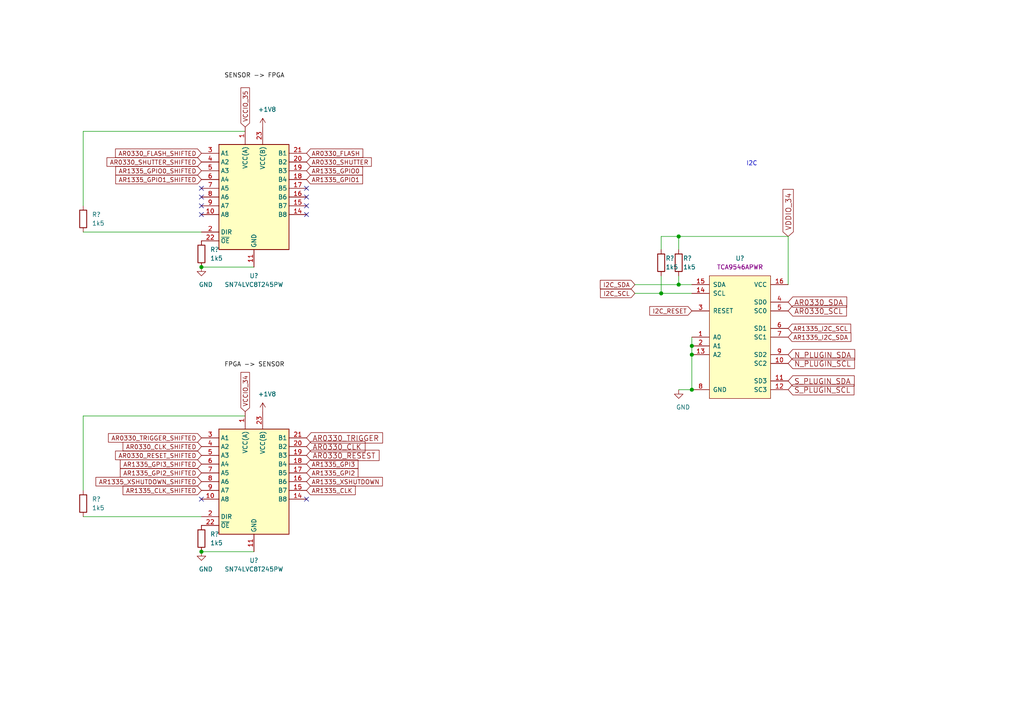
<source format=kicad_sch>
(kicad_sch (version 20201015) (generator eeschema)
  (paper "A4")
  (lib_symbols
    (symbol "AVR-KiCAD-Lib-ICs:TCA9546APWR" (pin_names (offset 1.016))
      (property "Reference" "U" (at 0 1.27 0))
      (property "_Value_" "TCA9546APWR" (at 6.35 -36.83 0))
      (symbol "TCA9546APWR_0_1"
        (rectangle (start 0 0) (end 17.78 -35.56) (fill (type background)))
      )
      (symbol "TCA9546APWR_1_1"
        (pin input line (at -5.08 -17.78 0) (length 5.08) (name "A0") (number "1"))
        (pin output line (at 22.86 -25.4 180) (length 5.08) (name "SC2") (number "10"))
        (pin bidirectional line (at 22.86 -30.48 180) (length 5.08) (name "SD3") (number "11"))
        (pin output line (at 22.86 -33.02 180) (length 5.08) (name "SC3") (number "12"))
        (pin input line (at -5.08 -22.86 0) (length 5.08) (name "A2") (number "13"))
        (pin input line (at -5.08 -5.08 0) (length 5.08) (name "SCL") (number "14"))
        (pin bidirectional line (at -5.08 -2.54 0) (length 5.08) (name "SDA") (number "15"))
        (pin power_in line (at 22.86 -2.54 180) (length 5.08) (name "VCC") (number "16"))
        (pin input line (at -5.08 -20.32 0) (length 5.08) (name "A1") (number "2"))
        (pin input line (at -5.08 -10.16 0) (length 5.08) (name "RESET") (number "3"))
        (pin bidirectional line (at 22.86 -7.62 180) (length 5.08) (name "SD0") (number "4"))
        (pin output line (at 22.86 -10.16 180) (length 5.08) (name "SC0") (number "5"))
        (pin bidirectional line (at 22.86 -15.24 180) (length 5.08) (name "SD1") (number "6"))
        (pin output line (at 22.86 -17.78 180) (length 5.08) (name "SC1") (number "7"))
        (pin passive line (at -5.08 -33.02 0) (length 5.08) (name "GND") (number "8"))
        (pin bidirectional line (at 22.86 -22.86 180) (length 5.08) (name "SD2") (number "9"))
      )
    )
    (symbol "Device:R" (pin_numbers hide) (pin_names (offset 0))
      (property "Reference" "R" (at 2.032 0 90))
      (property "Value" "R" (at 0 0 90))
      (symbol "R_0_1"
        (rectangle (start -1.016 -2.54) (end 1.016 2.54) (stroke (width 0.254)))
      )
      (symbol "R_1_1"
        (pin passive line (at 0 3.81 270) (length 1.27) (name "~") (number "1"))
        (pin passive line (at 0 -3.81 90) (length 1.27) (name "~") (number "2"))
      )
    )
    (symbol "Gekkio_Logic_LevelTranslator:SN74LVC8T245PW"
      (property "Reference" "U" (at -10.16 16.51 0))
      (property "Value" "SN74LVC8T245PW" (at 3.81 16.51 0))
      (symbol "SN74LVC8T245PW_0_1"
        (rectangle (start -10.16 15.24) (end 10.16 -15.24) (stroke (width 0.254)) (fill (type background)))
      )
      (symbol "SN74LVC8T245PW_1_1"
        (pin power_in line (at -2.54 20.32 270) (length 5.08) (name "VCC(A)") (number "1"))
        (pin bidirectional line (at -15.24 -5.08 0) (length 5.08) (name "A8") (number "10"))
        (pin power_in line (at 0 -20.32 90) (length 5.08) (name "GND") (number "11"))
        (pin passive line (at 0 -20.32 90) (length 5.08) hide (name "GND") (number "12"))
        (pin passive line (at 0 -20.32 90) (length 5.08) hide (name "GND") (number "13"))
        (pin bidirectional line (at 15.24 -5.08 180) (length 5.08) (name "B8") (number "14"))
        (pin bidirectional line (at 15.24 -2.54 180) (length 5.08) (name "B7") (number "15"))
        (pin bidirectional line (at 15.24 0 180) (length 5.08) (name "B6") (number "16"))
        (pin bidirectional line (at 15.24 2.54 180) (length 5.08) (name "B5") (number "17"))
        (pin bidirectional line (at 15.24 5.08 180) (length 5.08) (name "B4") (number "18"))
        (pin bidirectional line (at 15.24 7.62 180) (length 5.08) (name "B3") (number "19"))
        (pin input line (at -15.24 -10.16 0) (length 5.08) (name "DIR") (number "2"))
        (pin bidirectional line (at 15.24 10.16 180) (length 5.08) (name "B2") (number "20"))
        (pin bidirectional line (at 15.24 12.7 180) (length 5.08) (name "B1") (number "21"))
        (pin input line (at -15.24 -12.7 0) (length 5.08) (name "~OE") (number "22"))
        (pin power_in line (at 2.54 20.32 270) (length 5.08) (name "VCC(B)") (number "23"))
        (pin passive line (at 2.54 20.32 270) (length 5.08) hide (name "VCC(B)") (number "24"))
        (pin bidirectional line (at -15.24 12.7 0) (length 5.08) (name "A1") (number "3"))
        (pin bidirectional line (at -15.24 10.16 0) (length 5.08) (name "A2") (number "4"))
        (pin bidirectional line (at -15.24 7.62 0) (length 5.08) (name "A3") (number "5"))
        (pin bidirectional line (at -15.24 5.08 0) (length 5.08) (name "A4") (number "6"))
        (pin bidirectional line (at -15.24 2.54 0) (length 5.08) (name "A5") (number "7"))
        (pin bidirectional line (at -15.24 0 0) (length 5.08) (name "A6") (number "8"))
        (pin bidirectional line (at -15.24 -2.54 0) (length 5.08) (name "A7") (number "9"))
      )
    )
    (symbol "power:+1V8" (power) (pin_names (offset 0))
      (property "Value" "+1V8" (at 0 3.556 0))
      (symbol "+1V8_0_1"
        (polyline (pts (xy -0.762 1.27) (xy 0 2.54)))
        (polyline (pts (xy 0 0) (xy 0 2.54)))
        (polyline (pts (xy 0 2.54) (xy 0.762 1.27)))
      )
      (symbol "+1V8_1_1"
        (pin power_in line (at 0 0 90) (length 0) hide (name "+1V8") (number "1"))
      )
    )
    (symbol "power:GND" (power) (pin_names (offset 0))
      (property "Value" "GND" (at 0 -3.81 0))
      (symbol "GND_0_1"
        (polyline (pts (xy 0 0) (xy 0 -1.27) (xy 1.27 -1.27) (xy 0 -2.54) (xy -1.27 -1.27) (xy 0 -1.27)))
      )
      (symbol "GND_1_1"
        (pin power_in line (at 0 0 270) (length 0) hide (name "GND") (number "1"))
      )
    )
  )
  (junction (at 58.42 77.47) (diameter 1.016))
  (junction (at 58.42 160.02) (diameter 1.016))
  (junction (at 191.77 85.09) (diameter 1.016))
  (junction (at 196.85 68.58) (diameter 1.016))
  (junction (at 196.85 82.55) (diameter 1.016))
  (junction (at 200.66 100.33) (diameter 1.016))
  (junction (at 200.66 102.87) (diameter 1.016))
  (junction (at 200.66 113.03) (diameter 1.016))
  (no_connect (at 58.42 54.61))
  (no_connect (at 58.42 57.15))
  (no_connect (at 58.42 59.69))
  (no_connect (at 58.42 62.23))
  (no_connect (at 58.42 144.78))
  (no_connect (at 88.9 54.61))
  (no_connect (at 88.9 57.15))
  (no_connect (at 88.9 59.69))
  (no_connect (at 88.9 62.23))
  (no_connect (at 88.9 144.78))
  (wire (pts (xy 24.13 38.1) (xy 71.12 38.1)))
  (wire (pts (xy 24.13 59.69) (xy 24.13 38.1)))
  (wire (pts (xy 24.13 67.31) (xy 58.42 67.31)))
  (wire (pts (xy 24.13 120.65) (xy 24.13 142.24)))
  (wire (pts (xy 24.13 149.86) (xy 58.42 149.86)))
  (wire (pts (xy 58.42 77.47) (xy 73.66 77.47)))
  (wire (pts (xy 58.42 160.02) (xy 73.66 160.02)))
  (wire (pts (xy 71.12 120.65) (xy 24.13 120.65)))
  (wire (pts (xy 184.15 82.55) (xy 196.85 82.55)))
  (wire (pts (xy 184.15 85.09) (xy 191.77 85.09)))
  (wire (pts (xy 191.77 68.58) (xy 196.85 68.58)))
  (wire (pts (xy 191.77 72.39) (xy 191.77 68.58)))
  (wire (pts (xy 191.77 80.01) (xy 191.77 85.09)))
  (wire (pts (xy 191.77 85.09) (xy 200.66 85.09)))
  (wire (pts (xy 196.85 68.58) (xy 196.85 72.39)))
  (wire (pts (xy 196.85 68.58) (xy 228.6 68.58)))
  (wire (pts (xy 196.85 80.01) (xy 196.85 82.55)))
  (wire (pts (xy 196.85 82.55) (xy 200.66 82.55)))
  (wire (pts (xy 196.85 113.03) (xy 200.66 113.03)))
  (wire (pts (xy 200.66 97.79) (xy 200.66 100.33)))
  (wire (pts (xy 200.66 100.33) (xy 200.66 102.87)))
  (wire (pts (xy 200.66 102.87) (xy 200.66 113.03)))
  (wire (pts (xy 228.6 68.58) (xy 228.6 82.55)))
  (text "I2C" (at 219.71 48.26 180) (effects (font (size 1.27 1.27)) (justify right bottom)))
  (label "SENSOR -> FPGA" (at 82.55 22.86 180))
  (label "FPGA -> SENSOR" (at 82.55 106.68 180))
  (global_label "AR0330_FLASH_SHIFTED" (shape input) (at 58.42 44.45 180) (property "Intersheet References" "${INTERSHEET_REFS}" (effects hide)))
  (global_label "AR0330_SHUTTER_SHIFTED" (shape input) (at 58.42 46.99 180) (property "Intersheet References" "${INTERSHEET_REFS}" (effects hide)))
  (global_label "AR1335_GPIO0_SHIFTED" (shape input) (at 58.42 49.53 180) (property "Intersheet References" "${INTERSHEET_REFS}" (effects hide)))
  (global_label "AR1335_GPIO1_SHIFTED" (shape input) (at 58.42 52.07 180) (property "Intersheet References" "${INTERSHEET_REFS}" (effects hide)))
  (global_label "AR0330_TRIGGER_SHIFTED" (shape input) (at 58.42 127 180) (property "Intersheet References" "${INTERSHEET_REFS}" (effects hide)))
  (global_label "AR0330_CLK_SHIFTED" (shape input) (at 58.42 129.54 180) (property "Intersheet References" "${INTERSHEET_REFS}" (effects hide)))
  (global_label "AR0330_RESET_SHIFTED" (shape input) (at 58.42 132.08 180) (property "Intersheet References" "${INTERSHEET_REFS}" (effects hide)))
  (global_label "AR1335_GPI3_SHIFTED" (shape input) (at 58.42 134.62 180) (property "Intersheet References" "${INTERSHEET_REFS}" (effects hide)))
  (global_label "AR1335_GPI2_SHIFTED" (shape input) (at 58.42 137.16 180) (property "Intersheet References" "${INTERSHEET_REFS}" (effects hide)))
  (global_label "AR1335_XSHUTDOWN_SHIFTED" (shape input) (at 58.42 139.7 180) (property "Intersheet References" "${INTERSHEET_REFS}" (effects hide)))
  (global_label "AR1335_CLK_SHIFTED" (shape input) (at 58.42 142.24 180) (property "Intersheet References" "${INTERSHEET_REFS}" (effects hide)))
  (global_label "VCCIO_35" (shape input) (at 71.12 36.83 90) (property "Intersheet References" "${INTERSHEET_REFS}" (effects hide)))
  (global_label "VCCIO_34" (shape input) (at 71.12 119.38 90) (property "Intersheet References" "${INTERSHEET_REFS}" (effects hide)))
  (global_label "AR0330_FLASH" (shape input) (at 88.9 44.45 0) (property "Intersheet References" "${INTERSHEET_REFS}" (effects hide)))
  (global_label "AR0330_SHUTTER" (shape input) (at 88.9 46.99 0) (property "Intersheet References" "${INTERSHEET_REFS}" (effects hide)))
  (global_label "AR1335_GPIO0" (shape input) (at 88.9 49.53 0) (property "Intersheet References" "${INTERSHEET_REFS}" (effects hide)))
  (global_label "AR1335_GPIO1" (shape input) (at 88.9 52.07 0) (property "Intersheet References" "${INTERSHEET_REFS}" (effects hide)))
  (global_label "AR0330_TRIGGER" (shape input) (at 88.9 127 0) (property "Intersheet References" "${INTERSHEET_REFS}" (effects hide)) (effects (font (size 1.524 1.524))))
  (global_label "AR0330_CLK" (shape input) (at 88.9 129.54 0) (property "Intersheet References" "${INTERSHEET_REFS}" (effects hide)) (effects (font (size 1.524 1.524))))
  (global_label "AR0330_RESEST" (shape input) (at 88.9 132.08 0) (property "Intersheet References" "${INTERSHEET_REFS}" (effects hide)) (effects (font (size 1.524 1.524))))
  (global_label "AR1335_GPI3" (shape input) (at 88.9 134.62 0) (property "Intersheet References" "${INTERSHEET_REFS}" (effects hide)))
  (global_label "AR1335_GPI2" (shape input) (at 88.9 137.16 0) (property "Intersheet References" "${INTERSHEET_REFS}" (effects hide)))
  (global_label "AR1335_XSHUTDOWN" (shape input) (at 88.9 139.7 0) (property "Intersheet References" "${INTERSHEET_REFS}" (effects hide)))
  (global_label "AR1335_CLK" (shape input) (at 88.9 142.24 0) (property "Intersheet References" "${INTERSHEET_REFS}" (effects hide)))
  (global_label "I2C_SDA" (shape input) (at 184.15 82.55 180) (property "Intersheet References" "${INTERSHEET_REFS}" (effects hide)))
  (global_label "I2C_SCL" (shape input) (at 184.15 85.09 180) (property "Intersheet References" "${INTERSHEET_REFS}" (effects hide)))
  (global_label "I2C_RESET" (shape input) (at 200.66 90.17 180) (property "Intersheet References" "${INTERSHEET_REFS}" (effects hide)))
  (global_label "VDDIO_34" (shape input) (at 228.6 68.58 90) (property "Intersheet References" "${INTERSHEET_REFS}" (effects hide)) (effects (font (size 1.524 1.524))))
  (global_label "AR0330_SDA" (shape input) (at 228.6 87.63 0) (property "Intersheet References" "${INTERSHEET_REFS}" (effects hide)) (effects (font (size 1.524 1.524))))
  (global_label "AR0330_SCL" (shape input) (at 228.6 90.17 0) (property "Intersheet References" "${INTERSHEET_REFS}" (effects hide)) (effects (font (size 1.524 1.524))))
  (global_label "AR1335_I2C_SCL" (shape input) (at 228.6 95.25 0) (property "Intersheet References" "${INTERSHEET_REFS}" (effects hide)))
  (global_label "AR1335_I2C_SDA" (shape input) (at 228.6 97.79 0) (property "Intersheet References" "${INTERSHEET_REFS}" (effects hide)))
  (global_label "N_PLUGIN_SDA" (shape input) (at 228.6 102.87 0) (property "Intersheet References" "${INTERSHEET_REFS}" (effects hide)) (effects (font (size 1.524 1.524))))
  (global_label "N_PLUGIN_SCL" (shape input) (at 228.6 105.41 0) (property "Intersheet References" "${INTERSHEET_REFS}" (effects hide)) (effects (font (size 1.524 1.524))))
  (global_label "S_PLUGIN_SDA" (shape input) (at 228.6 110.49 0) (property "Intersheet References" "${INTERSHEET_REFS}" (effects hide)) (effects (font (size 1.524 1.524))))
  (global_label "S_PLUGIN_SCL" (shape input) (at 228.6 113.03 0) (property "Intersheet References" "${INTERSHEET_REFS}" (effects hide)) (effects (font (size 1.524 1.524))))
  (symbol (lib_id "power:+1V8") (at 76.2 36.83 0) (unit 1)
    (property "Reference" "#PWR?" (effects hide))
    (property "Value" "+1V8" (at 77.47 31.75 0))
  )
  (symbol (lib_id "power:+1V8") (at 76.2 119.38 0) (unit 1)
    (property "Reference" "#PWR?" (effects hide))
    (property "Value" "+1V8" (at 77.47 114.3 0))
  )
  (symbol (lib_id "power:GND") (at 58.42 77.47 0) (unit 1)
    (property "Reference" "#PWR?" (effects hide))
    (property "Value" "GND" (at 59.69 82.55 0))
  )
  (symbol (lib_id "power:GND") (at 58.42 160.02 0) (unit 1)
    (property "Reference" "#PWR?" (effects hide))
    (property "Value" "GND" (at 59.69 165.1 0))
  )
  (symbol (lib_id "power:GND") (at 196.85 113.03 0) (unit 1)
    (property "Reference" "#PWR?" (effects hide))
    (property "Value" "GND" (at 198.12 118.11 0))
  )
  (symbol (lib_id "Device:R") (at 24.13 63.5 0) (unit 1)
    (property "Reference" "R?" (at 26.67 62.23 0) (effects (justify left)))
    (property "Value" "1k5" (at 26.67 64.77 0) (effects (justify left)))
  )
  (symbol (lib_id "Device:R") (at 24.13 146.05 0) (unit 1)
    (property "Reference" "R?" (at 26.67 144.78 0) (effects (justify left)))
    (property "Value" "1k5" (at 26.67 147.32 0) (effects (justify left)))
  )
  (symbol (lib_id "Device:R") (at 58.42 73.66 0) (unit 1)
    (property "Reference" "R?" (at 60.96 72.39 0) (effects (justify left)))
    (property "Value" "1k5" (at 60.96 74.93 0) (effects (justify left)))
  )
  (symbol (lib_id "Device:R") (at 58.42 156.21 0) (unit 1)
    (property "Reference" "R?" (at 60.96 154.94 0) (effects (justify left)))
    (property "Value" "1k5" (at 60.96 157.48 0) (effects (justify left)))
  )
  (symbol (lib_id "Device:R") (at 191.77 76.2 0) (unit 1)
    (property "Reference" "R?" (at 193.04 74.93 0) (effects (justify left)))
    (property "Value" "1k5" (at 193.04 77.47 0) (effects (justify left)))
  )
  (symbol (lib_id "Device:R") (at 196.85 76.2 0) (unit 1)
    (property "Reference" "R?" (at 198.12 74.93 0) (effects (justify left)))
    (property "Value" "1k5" (at 198.12 77.47 0) (effects (justify left)))
  )
  (symbol (lib_id "AVR-KiCAD-Lib-ICs:TCA9546APWR") (at 205.74 80.01 0) (unit 1)
    (property "Reference" "U?" (at 214.63 74.93 0))
    (property "Value" "TCA9546APWR" (effects hide))
    (property "Footprint" "growbox-KiCAD-ICs:PW0016A" (effects hide))
    (property "Datasheet" "https://www.ti.com/lit/ds/symlink/tca9546a.pdf" (effects hide))
    (property "Cost QTY: 1" "1.34000" (effects hide))
    (property "Cost QTY: 1000" "0.56980" (effects hide))
    (property "Cost QTY: 2500" "0.54131" (effects hide))
    (property "Cost QTY: 5000" "*" (effects hide))
    (property "Cost QTY: 10000" "0.50468" (effects hide))
    (property "MFR" "Texas Instruments" (effects hide))
    (property "MFR#" "TCA9546APWR" (effects hide))
    (property "Vendor" "Digikey" (effects hide))
    (property "Vendor #" "296-40578-1-ND" (effects hide))
    (property "Designer" "AVR" (effects hide))
    (property "Height" "1.2mm" (effects hide))
    (property "Date Created" "3/25/2020" (effects hide))
    (property "Date Modified" "3/25/2020" (effects hide))
    (property "Lead-Free ?" "Yes" (effects hide))
    (property "RoHS Levels" "1" (effects hide))
    (property "Mounting" "SMT" (effects hide))
    (property "Pin Count #" "16" (effects hide))
    (property "Status" "Active" (effects hide))
    (property "Tolerance" "*" (effects hide))
    (property "Type" "*" (effects hide))
    (property "Voltage" "3.3V" (effects hide))
    (property "Package" "16-TSSOP" (effects hide))
    (property "Description" "IC I2C SW 4CH W/RESET 16TSSOP" (effects hide))
    (property "_Value_" "TCA9546APWR" (at 214.63 77.47 0))
    (property "Management_ID" "*" (effects hide))
  )
  (symbol (lib_id "Gekkio_Logic_LevelTranslator:SN74LVC8T245PW") (at 73.66 57.15 0) (unit 1)
    (property "Reference" "U?" (at 73.66 80.01 0))
    (property "Value" "SN74LVC8T245PW" (at 73.66 82.55 0))
    (property "Footprint" "Package_SO:TSSOP-24_4.4x7.8mm_P0.65mm" (effects hide))
    (property "Datasheet" "http://www.ti.com/lit/ds/symlink/sn74lvc8t245.pdf" (effects hide))
  )
  (symbol (lib_id "Gekkio_Logic_LevelTranslator:SN74LVC8T245PW") (at 73.66 139.7 0) (unit 1)
    (property "Reference" "U?" (at 73.66 162.56 0))
    (property "Value" "SN74LVC8T245PW" (at 73.66 165.1 0))
    (property "Footprint" "Package_SO:TSSOP-24_4.4x7.8mm_P0.65mm" (effects hide))
    (property "Datasheet" "http://www.ti.com/lit/ds/symlink/sn74lvc8t245.pdf" (effects hide))
  )
)
</source>
